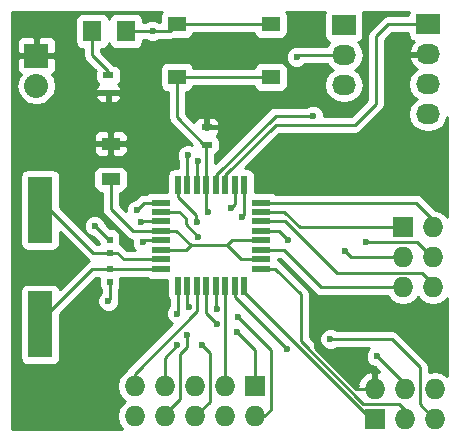
<source format=gtl>
G04 #@! TF.FileFunction,Copper,L1,Top,Signal*
%FSLAX46Y46*%
G04 Gerber Fmt 4.6, Leading zero omitted, Abs format (unit mm)*
G04 Created by KiCad (PCBNEW 4.0.4-stable) date 11/04/16 17:13:28*
%MOMM*%
%LPD*%
G01*
G04 APERTURE LIST*
%ADD10C,0.100000*%
%ADD11R,1.600000X1.000000*%
%ADD12R,0.500000X0.600000*%
%ADD13R,1.597660X1.800860*%
%ADD14R,1.600000X0.550000*%
%ADD15R,0.550000X1.600000*%
%ADD16R,1.727200X1.727200*%
%ADD17O,1.727200X1.727200*%
%ADD18R,2.032000X1.727200*%
%ADD19O,2.032000X1.727200*%
%ADD20R,2.032000X2.032000*%
%ADD21O,2.032000X2.032000*%
%ADD22R,0.900000X0.500000*%
%ADD23R,1.550000X1.300000*%
%ADD24R,2.100580X5.600700*%
%ADD25C,0.600000*%
%ADD26C,0.250000*%
%ADD27C,0.254000*%
G04 APERTURE END LIST*
D10*
D11*
X116078000Y-81875500D03*
X116078000Y-84875500D03*
D12*
X116014500Y-90001000D03*
X116014500Y-91101000D03*
X116014500Y-93577500D03*
X116014500Y-92477500D03*
D13*
X114531140Y-72326500D03*
X117370860Y-72326500D03*
D14*
X120337000Y-86862000D03*
X120337000Y-87662000D03*
X120337000Y-88462000D03*
X120337000Y-89262000D03*
X120337000Y-90062000D03*
X120337000Y-90862000D03*
X120337000Y-91662000D03*
X120337000Y-92462000D03*
D15*
X121787000Y-93912000D03*
X122587000Y-93912000D03*
X123387000Y-93912000D03*
X124187000Y-93912000D03*
X124987000Y-93912000D03*
X125787000Y-93912000D03*
X126587000Y-93912000D03*
X127387000Y-93912000D03*
D14*
X128837000Y-92462000D03*
X128837000Y-91662000D03*
X128837000Y-90862000D03*
X128837000Y-90062000D03*
X128837000Y-89262000D03*
X128837000Y-88462000D03*
X128837000Y-87662000D03*
X128837000Y-86862000D03*
D15*
X127387000Y-85412000D03*
X126587000Y-85412000D03*
X125787000Y-85412000D03*
X124987000Y-85412000D03*
X124187000Y-85412000D03*
X123387000Y-85412000D03*
X122587000Y-85412000D03*
X121787000Y-85412000D03*
D16*
X138430000Y-105156000D03*
D17*
X138430000Y-102616000D03*
X140970000Y-105156000D03*
X140970000Y-102616000D03*
X143510000Y-105156000D03*
X143510000Y-102616000D03*
D18*
X135826500Y-71818500D03*
D19*
X135826500Y-74358500D03*
X135826500Y-76898500D03*
D18*
X142938500Y-71755000D03*
D19*
X142938500Y-74295000D03*
X142938500Y-76835000D03*
X142938500Y-79375000D03*
D16*
X128270000Y-102425500D03*
D17*
X128270000Y-104965500D03*
X125730000Y-102425500D03*
X125730000Y-104965500D03*
X123190000Y-102425500D03*
X123190000Y-104965500D03*
X120650000Y-102425500D03*
X120650000Y-104965500D03*
X118110000Y-102425500D03*
X118110000Y-104965500D03*
D16*
X140843000Y-88963500D03*
D17*
X143383000Y-88963500D03*
X140843000Y-91503500D03*
X143383000Y-91503500D03*
X140843000Y-94043500D03*
X143383000Y-94043500D03*
D20*
X109791500Y-74422000D03*
D21*
X109791500Y-76962000D03*
D22*
X115887500Y-77585000D03*
X115887500Y-76085000D03*
X124206000Y-80466500D03*
X124206000Y-81966500D03*
D23*
X129641500Y-76227500D03*
X121691500Y-76227500D03*
X129641500Y-71727500D03*
X121691500Y-71727500D03*
D24*
X110109000Y-97177860D03*
X110109000Y-87480140D03*
D25*
X139001500Y-85280500D03*
X138366500Y-96075500D03*
X133604000Y-78105000D03*
X140525500Y-74231500D03*
X114744500Y-88836500D03*
X115887500Y-95186500D03*
X119634000Y-72326500D03*
X131127500Y-90043000D03*
X118681500Y-88519000D03*
X118808500Y-90233500D03*
X118300500Y-87503000D03*
X123825000Y-98933000D03*
X123507500Y-89789000D03*
X121729500Y-96266000D03*
X121729500Y-98933000D03*
X122555000Y-98044000D03*
X122682000Y-95694500D03*
X125095000Y-97155000D03*
X126809500Y-97853500D03*
X126873000Y-96583500D03*
X125095000Y-95885000D03*
X138620500Y-99885500D03*
X131000500Y-99250500D03*
X127190500Y-88074500D03*
X135890000Y-90995500D03*
X137668000Y-90233500D03*
X126301500Y-87312500D03*
X133223000Y-79502000D03*
X134683500Y-98425000D03*
X124333000Y-87693500D03*
X123444000Y-83312000D03*
X131826000Y-74549000D03*
X122618500Y-82867500D03*
X123380500Y-88519000D03*
D26*
X136845296Y-102616000D02*
X136685148Y-102455852D01*
X136685148Y-102455852D02*
X136842500Y-102298500D01*
X136842500Y-102171500D02*
X136842500Y-102298500D01*
X136589898Y-102235000D02*
X136589898Y-102109398D01*
X136589898Y-102109398D02*
X133540500Y-99060000D01*
X136589898Y-102360602D02*
X136589898Y-102235000D01*
X136589898Y-102235000D02*
X136589898Y-102170102D01*
X136589898Y-102170102D02*
X136652000Y-102108000D01*
X138430000Y-102616000D02*
X136845296Y-102616000D01*
X134747000Y-96075500D02*
X138366500Y-96075500D01*
X133413500Y-97409000D02*
X134747000Y-96075500D01*
X133413500Y-99184204D02*
X133413500Y-97409000D01*
X136685148Y-102455852D02*
X136589898Y-102360602D01*
X136589898Y-102360602D02*
X133413500Y-99184204D01*
X142938500Y-74295000D02*
X140398500Y-74295000D01*
X133286500Y-78422500D02*
X127444500Y-78422500D01*
X133604000Y-78105000D02*
X133286500Y-78422500D01*
X140462000Y-74231500D02*
X140525500Y-74231500D01*
X140398500Y-74295000D02*
X140462000Y-74231500D01*
X120337000Y-89262000D02*
X117964000Y-89262000D01*
X116078000Y-87376000D02*
X116078000Y-84875500D01*
X117964000Y-89262000D02*
X116078000Y-87376000D01*
X120337000Y-90862000D02*
X122498000Y-90862000D01*
X122498000Y-90862000D02*
X122872500Y-90487500D01*
X128837000Y-90062000D02*
X126346000Y-90062000D01*
X126346000Y-90062000D02*
X125920500Y-90487500D01*
X120337000Y-89262000D02*
X121647000Y-89262000D01*
X127095000Y-91662000D02*
X128837000Y-91662000D01*
X125920500Y-90487500D02*
X127095000Y-91662000D01*
X122872500Y-90487500D02*
X125920500Y-90487500D01*
X121647000Y-89262000D02*
X122872500Y-90487500D01*
X116014500Y-90001000D02*
X115909000Y-90001000D01*
X115909000Y-90001000D02*
X114744500Y-88836500D01*
X116014500Y-93577500D02*
X116014500Y-95059500D01*
X116014500Y-95059500D02*
X115887500Y-95186500D01*
X121691500Y-71727500D02*
X129641500Y-71727500D01*
X117370860Y-72326500D02*
X119634000Y-72326500D01*
X119634000Y-72326500D02*
X121092500Y-72326500D01*
X121092500Y-72326500D02*
X121691500Y-71727500D01*
X128837000Y-89262000D02*
X130346500Y-89262000D01*
X130346500Y-89262000D02*
X131127500Y-90043000D01*
X120337000Y-88462000D02*
X118738500Y-88462000D01*
X118738500Y-88462000D02*
X118681500Y-88519000D01*
X120337000Y-90062000D02*
X118980000Y-90062000D01*
X118980000Y-90062000D02*
X118808500Y-90233500D01*
X116014500Y-91101000D02*
X114596000Y-91101000D01*
X114596000Y-91101000D02*
X110975140Y-87480140D01*
X110975140Y-87480140D02*
X110109000Y-87480140D01*
X120337000Y-91662000D02*
X117189000Y-91662000D01*
X116628000Y-91101000D02*
X116014500Y-91101000D01*
X117189000Y-91662000D02*
X116628000Y-91101000D01*
X110109000Y-97177860D02*
X110109000Y-96901000D01*
X110109000Y-96901000D02*
X114532500Y-92477500D01*
X114532500Y-92477500D02*
X116014500Y-92477500D01*
X116014500Y-92477500D02*
X120321500Y-92477500D01*
X120321500Y-92477500D02*
X120337000Y-92462000D01*
X115887500Y-76085000D02*
X115887500Y-75755500D01*
X114531140Y-74399140D02*
X114531140Y-72326500D01*
X115887500Y-75755500D02*
X114531140Y-74399140D01*
X120337000Y-86862000D02*
X118941500Y-86862000D01*
X118941500Y-86862000D02*
X118300500Y-87503000D01*
X123190000Y-104965500D02*
X123253500Y-104965500D01*
X123253500Y-104965500D02*
X124460000Y-103759000D01*
X124460000Y-103759000D02*
X124460000Y-99568000D01*
X124460000Y-99568000D02*
X123825000Y-98933000D01*
X123507500Y-89789000D02*
X122428000Y-88709500D01*
X122428000Y-88709500D02*
X122428000Y-88201500D01*
X122428000Y-88201500D02*
X121888500Y-87662000D01*
X121888500Y-87662000D02*
X120337000Y-87662000D01*
X120650000Y-102425500D02*
X120650000Y-100012500D01*
X121787000Y-96208500D02*
X121787000Y-93912000D01*
X121729500Y-96266000D02*
X121787000Y-96208500D01*
X120650000Y-100012500D02*
X121729500Y-98933000D01*
X120650000Y-104965500D02*
X120650000Y-104775000D01*
X120650000Y-104775000D02*
X121920000Y-103505000D01*
X121920000Y-103505000D02*
X121920000Y-99695000D01*
X121920000Y-99695000D02*
X122555000Y-99060000D01*
X122555000Y-99060000D02*
X122555000Y-98044000D01*
X122682000Y-95694500D02*
X122587000Y-95599500D01*
X122587000Y-95599500D02*
X122587000Y-93912000D01*
X118110000Y-102425500D02*
X118110000Y-101346000D01*
X123387000Y-96069000D02*
X123387000Y-93912000D01*
X118110000Y-101346000D02*
X123387000Y-96069000D01*
X128270000Y-102425500D02*
X128270000Y-99314000D01*
X124187000Y-96247000D02*
X124187000Y-93912000D01*
X125095000Y-97155000D02*
X124187000Y-96247000D01*
X128270000Y-99314000D02*
X126809500Y-97853500D01*
X128270000Y-104965500D02*
X129095500Y-104965500D01*
X129095500Y-104965500D02*
X129667000Y-104394000D01*
X129667000Y-104394000D02*
X129667000Y-99377500D01*
X129667000Y-99377500D02*
X126873000Y-96583500D01*
X125095000Y-95885000D02*
X124987000Y-95777000D01*
X124987000Y-95777000D02*
X124987000Y-93912000D01*
X125730000Y-102425500D02*
X125730000Y-93969000D01*
X125730000Y-93969000D02*
X125787000Y-93912000D01*
X140970000Y-102616000D02*
X140970000Y-102235000D01*
X140970000Y-102235000D02*
X138620500Y-99885500D01*
X131000500Y-99250500D02*
X126587000Y-94837000D01*
X126587000Y-94837000D02*
X126587000Y-93912000D01*
X138430000Y-105156000D02*
X138112500Y-105156000D01*
X138112500Y-105156000D02*
X127387000Y-94430500D01*
X127387000Y-94430500D02*
X127387000Y-93912000D01*
X140970000Y-105156000D02*
X140970000Y-104394000D01*
X140970000Y-104394000D02*
X140462000Y-103886000D01*
X140462000Y-103886000D02*
X137478898Y-103886000D01*
X137478898Y-103886000D02*
X132175949Y-98583051D01*
X132175949Y-98583051D02*
X132175949Y-94647449D01*
X132175949Y-94647449D02*
X129990500Y-92462000D01*
X129990500Y-92462000D02*
X128837000Y-92462000D01*
X140843000Y-94043500D02*
X133921500Y-94043500D01*
X130740000Y-90862000D02*
X128837000Y-90862000D01*
X133921500Y-94043500D02*
X130740000Y-90862000D01*
X143383000Y-94043500D02*
X143383000Y-93789500D01*
X143383000Y-93789500D02*
X142430500Y-92837000D01*
X142430500Y-92837000D02*
X135255000Y-92837000D01*
X135255000Y-92837000D02*
X130880000Y-88462000D01*
X130880000Y-88462000D02*
X128837000Y-88462000D01*
X140843000Y-88963500D02*
X132080000Y-88963500D01*
X130778500Y-87662000D02*
X128837000Y-87662000D01*
X132080000Y-88963500D02*
X130778500Y-87662000D01*
X143383000Y-88963500D02*
X143383000Y-88328500D01*
X143383000Y-88328500D02*
X141916500Y-86862000D01*
X141916500Y-86862000D02*
X128837000Y-86862000D01*
X140843000Y-91503500D02*
X136398000Y-91503500D01*
X127387000Y-87878000D02*
X127387000Y-85412000D01*
X127190500Y-88074500D02*
X127387000Y-87878000D01*
X136398000Y-91503500D02*
X135890000Y-90995500D01*
X143383000Y-91503500D02*
X143256000Y-91503500D01*
X143256000Y-91503500D02*
X141986000Y-90233500D01*
X141986000Y-90233500D02*
X137668000Y-90233500D01*
X126301500Y-87312500D02*
X126587000Y-87027000D01*
X126587000Y-87027000D02*
X126587000Y-85412000D01*
X125787000Y-85412000D02*
X125787000Y-84525000D01*
X139573000Y-71755000D02*
X142938500Y-71755000D01*
X138557000Y-72771000D02*
X139573000Y-71755000D01*
X138557000Y-78486000D02*
X138557000Y-72771000D01*
X136779000Y-80264000D02*
X138557000Y-78486000D01*
X130048000Y-80264000D02*
X136779000Y-80264000D01*
X125787000Y-84525000D02*
X130048000Y-80264000D01*
X124987000Y-85412000D02*
X124987000Y-84563000D01*
X130048000Y-79502000D02*
X133223000Y-79502000D01*
X124987000Y-84563000D02*
X130048000Y-79502000D01*
X121691500Y-76227500D02*
X129641500Y-76227500D01*
X124206000Y-81966500D02*
X124003500Y-81966500D01*
X124003500Y-81966500D02*
X121691500Y-79654500D01*
X121691500Y-79654500D02*
X121691500Y-76227500D01*
X124187000Y-85412000D02*
X124187000Y-81985500D01*
X124187000Y-81985500D02*
X124206000Y-81966500D01*
X143510000Y-105156000D02*
X143446500Y-105156000D01*
X143446500Y-105156000D02*
X142240000Y-103949500D01*
X142240000Y-103949500D02*
X142240000Y-100774500D01*
X142240000Y-100774500D02*
X139890500Y-98425000D01*
X139890500Y-98425000D02*
X134683500Y-98425000D01*
X124333000Y-87693500D02*
X124187000Y-87547500D01*
X124187000Y-87547500D02*
X124187000Y-85412000D01*
X123387000Y-85412000D02*
X123387000Y-83369000D01*
X123387000Y-83369000D02*
X123444000Y-83312000D01*
X122587000Y-85412000D02*
X122587000Y-82899000D01*
X132016500Y-74358500D02*
X135826500Y-74358500D01*
X131826000Y-74549000D02*
X132016500Y-74358500D01*
X122587000Y-82899000D02*
X122618500Y-82867500D01*
X123380500Y-88519000D02*
X123317000Y-88455500D01*
X123317000Y-88455500D02*
X123317000Y-87947500D01*
X123317000Y-87947500D02*
X121787000Y-86417500D01*
X121787000Y-86417500D02*
X121787000Y-85412000D01*
D27*
G36*
X120320069Y-70825610D02*
X120269060Y-71077500D01*
X120269060Y-71566500D01*
X120196463Y-71566500D01*
X120164327Y-71534308D01*
X119820799Y-71391662D01*
X119448833Y-71391338D01*
X119105057Y-71533383D01*
X119071882Y-71566500D01*
X118817130Y-71566500D01*
X118817130Y-71426070D01*
X118772852Y-71190753D01*
X118633780Y-70974629D01*
X118421580Y-70829639D01*
X118169690Y-70778630D01*
X116572030Y-70778630D01*
X116336713Y-70822908D01*
X116120589Y-70961980D01*
X115975599Y-71174180D01*
X115951970Y-71290866D01*
X115933132Y-71190753D01*
X115794060Y-70974629D01*
X115581860Y-70829639D01*
X115329970Y-70778630D01*
X113732310Y-70778630D01*
X113496993Y-70822908D01*
X113280869Y-70961980D01*
X113135879Y-71174180D01*
X113084870Y-71426070D01*
X113084870Y-73226930D01*
X113129148Y-73462247D01*
X113268220Y-73678371D01*
X113480420Y-73823361D01*
X113732310Y-73874370D01*
X113771140Y-73874370D01*
X113771140Y-74399140D01*
X113828992Y-74689979D01*
X113993739Y-74936541D01*
X114807260Y-75750062D01*
X114790060Y-75835000D01*
X114790060Y-76335000D01*
X114834338Y-76570317D01*
X114973410Y-76786441D01*
X115041506Y-76832969D01*
X114899173Y-76975302D01*
X114802500Y-77208691D01*
X114802500Y-77301250D01*
X114961250Y-77460000D01*
X115760500Y-77460000D01*
X115760500Y-77438000D01*
X116014500Y-77438000D01*
X116014500Y-77460000D01*
X116813750Y-77460000D01*
X116972500Y-77301250D01*
X116972500Y-77208691D01*
X116875827Y-76975302D01*
X116734590Y-76834064D01*
X116788941Y-76799090D01*
X116933931Y-76586890D01*
X116984940Y-76335000D01*
X116984940Y-75835000D01*
X116940662Y-75599683D01*
X116801590Y-75383559D01*
X116589390Y-75238569D01*
X116408801Y-75201999D01*
X115291140Y-74084338D01*
X115291140Y-73874370D01*
X115329970Y-73874370D01*
X115565287Y-73830092D01*
X115781411Y-73691020D01*
X115926401Y-73478820D01*
X115950030Y-73362134D01*
X115968868Y-73462247D01*
X116107940Y-73678371D01*
X116320140Y-73823361D01*
X116572030Y-73874370D01*
X118169690Y-73874370D01*
X118405007Y-73830092D01*
X118621131Y-73691020D01*
X118766121Y-73478820D01*
X118817130Y-73226930D01*
X118817130Y-73086500D01*
X119071537Y-73086500D01*
X119103673Y-73118692D01*
X119447201Y-73261338D01*
X119819167Y-73261662D01*
X120162943Y-73119617D01*
X120196118Y-73086500D01*
X121092500Y-73086500D01*
X121383339Y-73028648D01*
X121388888Y-73024940D01*
X122466500Y-73024940D01*
X122701817Y-72980662D01*
X122917941Y-72841590D01*
X123062931Y-72629390D01*
X123091664Y-72487500D01*
X128239758Y-72487500D01*
X128263338Y-72612817D01*
X128402410Y-72828941D01*
X128614610Y-72973931D01*
X128866500Y-73024940D01*
X130416500Y-73024940D01*
X130651817Y-72980662D01*
X130867941Y-72841590D01*
X131012931Y-72629390D01*
X131063940Y-72377500D01*
X131063940Y-71077500D01*
X131019662Y-70842183D01*
X130919804Y-70687000D01*
X134225008Y-70687000D01*
X134214069Y-70703010D01*
X134163060Y-70954900D01*
X134163060Y-72682100D01*
X134207338Y-72917417D01*
X134346410Y-73133541D01*
X134558610Y-73278531D01*
X134599939Y-73286900D01*
X134582085Y-73298830D01*
X134381852Y-73598500D01*
X132016500Y-73598500D01*
X131938090Y-73614097D01*
X131640833Y-73613838D01*
X131297057Y-73755883D01*
X131033808Y-74018673D01*
X130891162Y-74362201D01*
X130890838Y-74734167D01*
X131032883Y-75077943D01*
X131295673Y-75341192D01*
X131639201Y-75483838D01*
X132011167Y-75484162D01*
X132354943Y-75342117D01*
X132578951Y-75118500D01*
X134381852Y-75118500D01*
X134582085Y-75418170D01*
X134896866Y-75628500D01*
X134582085Y-75838830D01*
X134257229Y-76325011D01*
X134143155Y-76898500D01*
X134257229Y-77471989D01*
X134582085Y-77958170D01*
X135068266Y-78283026D01*
X135641755Y-78397100D01*
X136011245Y-78397100D01*
X136584734Y-78283026D01*
X137070915Y-77958170D01*
X137395771Y-77471989D01*
X137509845Y-76898500D01*
X137395771Y-76325011D01*
X137070915Y-75838830D01*
X136756134Y-75628500D01*
X137070915Y-75418170D01*
X137395771Y-74931989D01*
X137509845Y-74358500D01*
X137395771Y-73785011D01*
X137070915Y-73298830D01*
X137056587Y-73289257D01*
X137077817Y-73285262D01*
X137293941Y-73146190D01*
X137438931Y-72933990D01*
X137489940Y-72682100D01*
X137489940Y-70954900D01*
X137445662Y-70719583D01*
X137424695Y-70687000D01*
X141316452Y-70687000D01*
X141275060Y-70891400D01*
X141275060Y-70995000D01*
X139573000Y-70995000D01*
X139282161Y-71052852D01*
X139035599Y-71217599D01*
X138019599Y-72233599D01*
X137854852Y-72480161D01*
X137797000Y-72771000D01*
X137797000Y-78171198D01*
X136464198Y-79504000D01*
X134157999Y-79504000D01*
X134158162Y-79316833D01*
X134016117Y-78973057D01*
X133753327Y-78709808D01*
X133409799Y-78567162D01*
X133037833Y-78566838D01*
X132694057Y-78708883D01*
X132660882Y-78742000D01*
X130048000Y-78742000D01*
X129757161Y-78799852D01*
X129510599Y-78964599D01*
X124947000Y-83528198D01*
X124947000Y-82783831D01*
X125107441Y-82680590D01*
X125252431Y-82468390D01*
X125303440Y-82216500D01*
X125303440Y-81716500D01*
X125259162Y-81481183D01*
X125120090Y-81265059D01*
X125051994Y-81218531D01*
X125194327Y-81076198D01*
X125291000Y-80842809D01*
X125291000Y-80750250D01*
X125132250Y-80591500D01*
X124333000Y-80591500D01*
X124333000Y-80613500D01*
X124079000Y-80613500D01*
X124079000Y-80591500D01*
X124059000Y-80591500D01*
X124059000Y-80341500D01*
X124079000Y-80341500D01*
X124079000Y-79740250D01*
X124333000Y-79740250D01*
X124333000Y-80341500D01*
X125132250Y-80341500D01*
X125291000Y-80182750D01*
X125291000Y-80090191D01*
X125194327Y-79856802D01*
X125015699Y-79678173D01*
X124782310Y-79581500D01*
X124491750Y-79581500D01*
X124333000Y-79740250D01*
X124079000Y-79740250D01*
X123920250Y-79581500D01*
X123629690Y-79581500D01*
X123396301Y-79678173D01*
X123217673Y-79856802D01*
X123144722Y-80032920D01*
X122451500Y-79339698D01*
X122451500Y-77524940D01*
X122466500Y-77524940D01*
X122701817Y-77480662D01*
X122917941Y-77341590D01*
X123062931Y-77129390D01*
X123091664Y-76987500D01*
X128239758Y-76987500D01*
X128263338Y-77112817D01*
X128402410Y-77328941D01*
X128614610Y-77473931D01*
X128866500Y-77524940D01*
X130416500Y-77524940D01*
X130651817Y-77480662D01*
X130867941Y-77341590D01*
X131012931Y-77129390D01*
X131063940Y-76877500D01*
X131063940Y-75577500D01*
X131019662Y-75342183D01*
X130880590Y-75126059D01*
X130668390Y-74981069D01*
X130416500Y-74930060D01*
X128866500Y-74930060D01*
X128631183Y-74974338D01*
X128415059Y-75113410D01*
X128270069Y-75325610D01*
X128241336Y-75467500D01*
X123093242Y-75467500D01*
X123069662Y-75342183D01*
X122930590Y-75126059D01*
X122718390Y-74981069D01*
X122466500Y-74930060D01*
X120916500Y-74930060D01*
X120681183Y-74974338D01*
X120465059Y-75113410D01*
X120320069Y-75325610D01*
X120269060Y-75577500D01*
X120269060Y-76877500D01*
X120313338Y-77112817D01*
X120452410Y-77328941D01*
X120664610Y-77473931D01*
X120916500Y-77524940D01*
X120931500Y-77524940D01*
X120931500Y-79654500D01*
X120989352Y-79945339D01*
X121154099Y-80191901D01*
X122958457Y-81996259D01*
X122805299Y-81932662D01*
X122433333Y-81932338D01*
X122089557Y-82074383D01*
X121826308Y-82337173D01*
X121683662Y-82680701D01*
X121683338Y-83052667D01*
X121825383Y-83396443D01*
X121827000Y-83398063D01*
X121827000Y-83964560D01*
X121512000Y-83964560D01*
X121276683Y-84008838D01*
X121060559Y-84147910D01*
X120915569Y-84360110D01*
X120864560Y-84612000D01*
X120864560Y-85939560D01*
X119537000Y-85939560D01*
X119301683Y-85983838D01*
X119118054Y-86102000D01*
X118941500Y-86102000D01*
X118650661Y-86159852D01*
X118404099Y-86324599D01*
X118160820Y-86567878D01*
X118115333Y-86567838D01*
X117771557Y-86709883D01*
X117508308Y-86972673D01*
X117365662Y-87316201D01*
X117365425Y-87588623D01*
X116838000Y-87061198D01*
X116838000Y-86022940D01*
X116878000Y-86022940D01*
X117113317Y-85978662D01*
X117329441Y-85839590D01*
X117474431Y-85627390D01*
X117525440Y-85375500D01*
X117525440Y-84375500D01*
X117481162Y-84140183D01*
X117342090Y-83924059D01*
X117129890Y-83779069D01*
X116878000Y-83728060D01*
X115278000Y-83728060D01*
X115042683Y-83772338D01*
X114826559Y-83911410D01*
X114681569Y-84123610D01*
X114630560Y-84375500D01*
X114630560Y-85375500D01*
X114674838Y-85610817D01*
X114813910Y-85826941D01*
X115026110Y-85971931D01*
X115278000Y-86022940D01*
X115318000Y-86022940D01*
X115318000Y-87376000D01*
X115375852Y-87666839D01*
X115540599Y-87913401D01*
X117426599Y-89799401D01*
X117673161Y-89964148D01*
X117890029Y-90007286D01*
X117873662Y-90046701D01*
X117873338Y-90418667D01*
X118015383Y-90762443D01*
X118154697Y-90902000D01*
X117503802Y-90902000D01*
X117165401Y-90563599D01*
X116918839Y-90398852D01*
X116893159Y-90393744D01*
X116911940Y-90301000D01*
X116911940Y-89701000D01*
X116867662Y-89465683D01*
X116728590Y-89249559D01*
X116516390Y-89104569D01*
X116264500Y-89053560D01*
X116036362Y-89053560D01*
X115679622Y-88696820D01*
X115679662Y-88651333D01*
X115537617Y-88307557D01*
X115274827Y-88044308D01*
X114931299Y-87901662D01*
X114559333Y-87901338D01*
X114215557Y-88043383D01*
X113952308Y-88306173D01*
X113809662Y-88649701D01*
X113809338Y-89021667D01*
X113951383Y-89365443D01*
X114214173Y-89628692D01*
X114557701Y-89771338D01*
X114604577Y-89771379D01*
X115117060Y-90283862D01*
X115117060Y-90301000D01*
X115124587Y-90341000D01*
X114910802Y-90341000D01*
X111806730Y-87236928D01*
X111806730Y-84679790D01*
X111762452Y-84444473D01*
X111623380Y-84228349D01*
X111411180Y-84083359D01*
X111159290Y-84032350D01*
X109058710Y-84032350D01*
X108823393Y-84076628D01*
X108607269Y-84215700D01*
X108462279Y-84427900D01*
X108411270Y-84679790D01*
X108411270Y-90280490D01*
X108455548Y-90515807D01*
X108594620Y-90731931D01*
X108806820Y-90876921D01*
X109058710Y-90927930D01*
X111159290Y-90927930D01*
X111394607Y-90883652D01*
X111610731Y-90744580D01*
X111755721Y-90532380D01*
X111806730Y-90280490D01*
X111806730Y-89386532D01*
X114058599Y-91638401D01*
X114258537Y-91771995D01*
X114241661Y-91775352D01*
X113995099Y-91940099D01*
X111767291Y-94167907D01*
X111762452Y-94142193D01*
X111623380Y-93926069D01*
X111411180Y-93781079D01*
X111159290Y-93730070D01*
X109058710Y-93730070D01*
X108823393Y-93774348D01*
X108607269Y-93913420D01*
X108462279Y-94125620D01*
X108411270Y-94377510D01*
X108411270Y-99978210D01*
X108455548Y-100213527D01*
X108594620Y-100429651D01*
X108806820Y-100574641D01*
X109058710Y-100625650D01*
X111159290Y-100625650D01*
X111394607Y-100581372D01*
X111610731Y-100442300D01*
X111755721Y-100230100D01*
X111806730Y-99978210D01*
X111806730Y-96278072D01*
X114847302Y-93237500D01*
X115125160Y-93237500D01*
X115117060Y-93277500D01*
X115117060Y-93877500D01*
X115161338Y-94112817D01*
X115254500Y-94257595D01*
X115254500Y-94497259D01*
X115095308Y-94656173D01*
X114952662Y-94999701D01*
X114952338Y-95371667D01*
X115094383Y-95715443D01*
X115357173Y-95978692D01*
X115700701Y-96121338D01*
X116072667Y-96121662D01*
X116416443Y-95979617D01*
X116679692Y-95716827D01*
X116822338Y-95373299D01*
X116822662Y-95001333D01*
X116774500Y-94884772D01*
X116774500Y-94255886D01*
X116860931Y-94129390D01*
X116911940Y-93877500D01*
X116911940Y-93277500D01*
X116904413Y-93237500D01*
X119144710Y-93237500D01*
X119285110Y-93333431D01*
X119537000Y-93384440D01*
X120864560Y-93384440D01*
X120864560Y-94712000D01*
X120908838Y-94947317D01*
X121027000Y-95130946D01*
X121027000Y-95646137D01*
X120937308Y-95735673D01*
X120794662Y-96079201D01*
X120794338Y-96451167D01*
X120936383Y-96794943D01*
X121199173Y-97058192D01*
X121286673Y-97094525D01*
X117572599Y-100808599D01*
X117407852Y-101055161D01*
X117398120Y-101104085D01*
X117050330Y-101336471D01*
X116725474Y-101822652D01*
X116611400Y-102396141D01*
X116611400Y-102454859D01*
X116725474Y-103028348D01*
X117050330Y-103514529D01*
X117321172Y-103695500D01*
X117050330Y-103876471D01*
X116725474Y-104362652D01*
X116611400Y-104936141D01*
X116611400Y-104994859D01*
X116725474Y-105568348D01*
X117036279Y-106033500D01*
X107771000Y-106033500D01*
X107771000Y-82161250D01*
X114643000Y-82161250D01*
X114643000Y-82501809D01*
X114739673Y-82735198D01*
X114918301Y-82913827D01*
X115151690Y-83010500D01*
X115792250Y-83010500D01*
X115951000Y-82851750D01*
X115951000Y-82002500D01*
X116205000Y-82002500D01*
X116205000Y-82851750D01*
X116363750Y-83010500D01*
X117004310Y-83010500D01*
X117237699Y-82913827D01*
X117416327Y-82735198D01*
X117513000Y-82501809D01*
X117513000Y-82161250D01*
X117354250Y-82002500D01*
X116205000Y-82002500D01*
X115951000Y-82002500D01*
X114801750Y-82002500D01*
X114643000Y-82161250D01*
X107771000Y-82161250D01*
X107771000Y-81249191D01*
X114643000Y-81249191D01*
X114643000Y-81589750D01*
X114801750Y-81748500D01*
X115951000Y-81748500D01*
X115951000Y-80899250D01*
X116205000Y-80899250D01*
X116205000Y-81748500D01*
X117354250Y-81748500D01*
X117513000Y-81589750D01*
X117513000Y-81249191D01*
X117416327Y-81015802D01*
X117237699Y-80837173D01*
X117004310Y-80740500D01*
X116363750Y-80740500D01*
X116205000Y-80899250D01*
X115951000Y-80899250D01*
X115792250Y-80740500D01*
X115151690Y-80740500D01*
X114918301Y-80837173D01*
X114739673Y-81015802D01*
X114643000Y-81249191D01*
X107771000Y-81249191D01*
X107771000Y-76962000D01*
X108108155Y-76962000D01*
X108233830Y-77593810D01*
X108591722Y-78129433D01*
X109127345Y-78487325D01*
X109759155Y-78613000D01*
X109823845Y-78613000D01*
X110455655Y-78487325D01*
X110991278Y-78129433D01*
X111165460Y-77868750D01*
X114802500Y-77868750D01*
X114802500Y-77961309D01*
X114899173Y-78194698D01*
X115077801Y-78373327D01*
X115311190Y-78470000D01*
X115601750Y-78470000D01*
X115760500Y-78311250D01*
X115760500Y-77710000D01*
X116014500Y-77710000D01*
X116014500Y-78311250D01*
X116173250Y-78470000D01*
X116463810Y-78470000D01*
X116697199Y-78373327D01*
X116875827Y-78194698D01*
X116972500Y-77961309D01*
X116972500Y-77868750D01*
X116813750Y-77710000D01*
X116014500Y-77710000D01*
X115760500Y-77710000D01*
X114961250Y-77710000D01*
X114802500Y-77868750D01*
X111165460Y-77868750D01*
X111349170Y-77593810D01*
X111474845Y-76962000D01*
X111349170Y-76330190D01*
X111124534Y-75993999D01*
X111167198Y-75976327D01*
X111345827Y-75797699D01*
X111442500Y-75564310D01*
X111442500Y-74707750D01*
X111283750Y-74549000D01*
X109918500Y-74549000D01*
X109918500Y-74569000D01*
X109664500Y-74569000D01*
X109664500Y-74549000D01*
X108299250Y-74549000D01*
X108140500Y-74707750D01*
X108140500Y-75564310D01*
X108237173Y-75797699D01*
X108415802Y-75976327D01*
X108458466Y-75993999D01*
X108233830Y-76330190D01*
X108108155Y-76962000D01*
X107771000Y-76962000D01*
X107771000Y-73279690D01*
X108140500Y-73279690D01*
X108140500Y-74136250D01*
X108299250Y-74295000D01*
X109664500Y-74295000D01*
X109664500Y-72929750D01*
X109918500Y-72929750D01*
X109918500Y-74295000D01*
X111283750Y-74295000D01*
X111442500Y-74136250D01*
X111442500Y-73279690D01*
X111345827Y-73046301D01*
X111167198Y-72867673D01*
X110933809Y-72771000D01*
X110077250Y-72771000D01*
X109918500Y-72929750D01*
X109664500Y-72929750D01*
X109505750Y-72771000D01*
X108649191Y-72771000D01*
X108415802Y-72867673D01*
X108237173Y-73046301D01*
X108140500Y-73279690D01*
X107771000Y-73279690D01*
X107771000Y-70687000D01*
X120414777Y-70687000D01*
X120320069Y-70825610D01*
X120320069Y-70825610D01*
G37*
X120320069Y-70825610D02*
X120269060Y-71077500D01*
X120269060Y-71566500D01*
X120196463Y-71566500D01*
X120164327Y-71534308D01*
X119820799Y-71391662D01*
X119448833Y-71391338D01*
X119105057Y-71533383D01*
X119071882Y-71566500D01*
X118817130Y-71566500D01*
X118817130Y-71426070D01*
X118772852Y-71190753D01*
X118633780Y-70974629D01*
X118421580Y-70829639D01*
X118169690Y-70778630D01*
X116572030Y-70778630D01*
X116336713Y-70822908D01*
X116120589Y-70961980D01*
X115975599Y-71174180D01*
X115951970Y-71290866D01*
X115933132Y-71190753D01*
X115794060Y-70974629D01*
X115581860Y-70829639D01*
X115329970Y-70778630D01*
X113732310Y-70778630D01*
X113496993Y-70822908D01*
X113280869Y-70961980D01*
X113135879Y-71174180D01*
X113084870Y-71426070D01*
X113084870Y-73226930D01*
X113129148Y-73462247D01*
X113268220Y-73678371D01*
X113480420Y-73823361D01*
X113732310Y-73874370D01*
X113771140Y-73874370D01*
X113771140Y-74399140D01*
X113828992Y-74689979D01*
X113993739Y-74936541D01*
X114807260Y-75750062D01*
X114790060Y-75835000D01*
X114790060Y-76335000D01*
X114834338Y-76570317D01*
X114973410Y-76786441D01*
X115041506Y-76832969D01*
X114899173Y-76975302D01*
X114802500Y-77208691D01*
X114802500Y-77301250D01*
X114961250Y-77460000D01*
X115760500Y-77460000D01*
X115760500Y-77438000D01*
X116014500Y-77438000D01*
X116014500Y-77460000D01*
X116813750Y-77460000D01*
X116972500Y-77301250D01*
X116972500Y-77208691D01*
X116875827Y-76975302D01*
X116734590Y-76834064D01*
X116788941Y-76799090D01*
X116933931Y-76586890D01*
X116984940Y-76335000D01*
X116984940Y-75835000D01*
X116940662Y-75599683D01*
X116801590Y-75383559D01*
X116589390Y-75238569D01*
X116408801Y-75201999D01*
X115291140Y-74084338D01*
X115291140Y-73874370D01*
X115329970Y-73874370D01*
X115565287Y-73830092D01*
X115781411Y-73691020D01*
X115926401Y-73478820D01*
X115950030Y-73362134D01*
X115968868Y-73462247D01*
X116107940Y-73678371D01*
X116320140Y-73823361D01*
X116572030Y-73874370D01*
X118169690Y-73874370D01*
X118405007Y-73830092D01*
X118621131Y-73691020D01*
X118766121Y-73478820D01*
X118817130Y-73226930D01*
X118817130Y-73086500D01*
X119071537Y-73086500D01*
X119103673Y-73118692D01*
X119447201Y-73261338D01*
X119819167Y-73261662D01*
X120162943Y-73119617D01*
X120196118Y-73086500D01*
X121092500Y-73086500D01*
X121383339Y-73028648D01*
X121388888Y-73024940D01*
X122466500Y-73024940D01*
X122701817Y-72980662D01*
X122917941Y-72841590D01*
X123062931Y-72629390D01*
X123091664Y-72487500D01*
X128239758Y-72487500D01*
X128263338Y-72612817D01*
X128402410Y-72828941D01*
X128614610Y-72973931D01*
X128866500Y-73024940D01*
X130416500Y-73024940D01*
X130651817Y-72980662D01*
X130867941Y-72841590D01*
X131012931Y-72629390D01*
X131063940Y-72377500D01*
X131063940Y-71077500D01*
X131019662Y-70842183D01*
X130919804Y-70687000D01*
X134225008Y-70687000D01*
X134214069Y-70703010D01*
X134163060Y-70954900D01*
X134163060Y-72682100D01*
X134207338Y-72917417D01*
X134346410Y-73133541D01*
X134558610Y-73278531D01*
X134599939Y-73286900D01*
X134582085Y-73298830D01*
X134381852Y-73598500D01*
X132016500Y-73598500D01*
X131938090Y-73614097D01*
X131640833Y-73613838D01*
X131297057Y-73755883D01*
X131033808Y-74018673D01*
X130891162Y-74362201D01*
X130890838Y-74734167D01*
X131032883Y-75077943D01*
X131295673Y-75341192D01*
X131639201Y-75483838D01*
X132011167Y-75484162D01*
X132354943Y-75342117D01*
X132578951Y-75118500D01*
X134381852Y-75118500D01*
X134582085Y-75418170D01*
X134896866Y-75628500D01*
X134582085Y-75838830D01*
X134257229Y-76325011D01*
X134143155Y-76898500D01*
X134257229Y-77471989D01*
X134582085Y-77958170D01*
X135068266Y-78283026D01*
X135641755Y-78397100D01*
X136011245Y-78397100D01*
X136584734Y-78283026D01*
X137070915Y-77958170D01*
X137395771Y-77471989D01*
X137509845Y-76898500D01*
X137395771Y-76325011D01*
X137070915Y-75838830D01*
X136756134Y-75628500D01*
X137070915Y-75418170D01*
X137395771Y-74931989D01*
X137509845Y-74358500D01*
X137395771Y-73785011D01*
X137070915Y-73298830D01*
X137056587Y-73289257D01*
X137077817Y-73285262D01*
X137293941Y-73146190D01*
X137438931Y-72933990D01*
X137489940Y-72682100D01*
X137489940Y-70954900D01*
X137445662Y-70719583D01*
X137424695Y-70687000D01*
X141316452Y-70687000D01*
X141275060Y-70891400D01*
X141275060Y-70995000D01*
X139573000Y-70995000D01*
X139282161Y-71052852D01*
X139035599Y-71217599D01*
X138019599Y-72233599D01*
X137854852Y-72480161D01*
X137797000Y-72771000D01*
X137797000Y-78171198D01*
X136464198Y-79504000D01*
X134157999Y-79504000D01*
X134158162Y-79316833D01*
X134016117Y-78973057D01*
X133753327Y-78709808D01*
X133409799Y-78567162D01*
X133037833Y-78566838D01*
X132694057Y-78708883D01*
X132660882Y-78742000D01*
X130048000Y-78742000D01*
X129757161Y-78799852D01*
X129510599Y-78964599D01*
X124947000Y-83528198D01*
X124947000Y-82783831D01*
X125107441Y-82680590D01*
X125252431Y-82468390D01*
X125303440Y-82216500D01*
X125303440Y-81716500D01*
X125259162Y-81481183D01*
X125120090Y-81265059D01*
X125051994Y-81218531D01*
X125194327Y-81076198D01*
X125291000Y-80842809D01*
X125291000Y-80750250D01*
X125132250Y-80591500D01*
X124333000Y-80591500D01*
X124333000Y-80613500D01*
X124079000Y-80613500D01*
X124079000Y-80591500D01*
X124059000Y-80591500D01*
X124059000Y-80341500D01*
X124079000Y-80341500D01*
X124079000Y-79740250D01*
X124333000Y-79740250D01*
X124333000Y-80341500D01*
X125132250Y-80341500D01*
X125291000Y-80182750D01*
X125291000Y-80090191D01*
X125194327Y-79856802D01*
X125015699Y-79678173D01*
X124782310Y-79581500D01*
X124491750Y-79581500D01*
X124333000Y-79740250D01*
X124079000Y-79740250D01*
X123920250Y-79581500D01*
X123629690Y-79581500D01*
X123396301Y-79678173D01*
X123217673Y-79856802D01*
X123144722Y-80032920D01*
X122451500Y-79339698D01*
X122451500Y-77524940D01*
X122466500Y-77524940D01*
X122701817Y-77480662D01*
X122917941Y-77341590D01*
X123062931Y-77129390D01*
X123091664Y-76987500D01*
X128239758Y-76987500D01*
X128263338Y-77112817D01*
X128402410Y-77328941D01*
X128614610Y-77473931D01*
X128866500Y-77524940D01*
X130416500Y-77524940D01*
X130651817Y-77480662D01*
X130867941Y-77341590D01*
X131012931Y-77129390D01*
X131063940Y-76877500D01*
X131063940Y-75577500D01*
X131019662Y-75342183D01*
X130880590Y-75126059D01*
X130668390Y-74981069D01*
X130416500Y-74930060D01*
X128866500Y-74930060D01*
X128631183Y-74974338D01*
X128415059Y-75113410D01*
X128270069Y-75325610D01*
X128241336Y-75467500D01*
X123093242Y-75467500D01*
X123069662Y-75342183D01*
X122930590Y-75126059D01*
X122718390Y-74981069D01*
X122466500Y-74930060D01*
X120916500Y-74930060D01*
X120681183Y-74974338D01*
X120465059Y-75113410D01*
X120320069Y-75325610D01*
X120269060Y-75577500D01*
X120269060Y-76877500D01*
X120313338Y-77112817D01*
X120452410Y-77328941D01*
X120664610Y-77473931D01*
X120916500Y-77524940D01*
X120931500Y-77524940D01*
X120931500Y-79654500D01*
X120989352Y-79945339D01*
X121154099Y-80191901D01*
X122958457Y-81996259D01*
X122805299Y-81932662D01*
X122433333Y-81932338D01*
X122089557Y-82074383D01*
X121826308Y-82337173D01*
X121683662Y-82680701D01*
X121683338Y-83052667D01*
X121825383Y-83396443D01*
X121827000Y-83398063D01*
X121827000Y-83964560D01*
X121512000Y-83964560D01*
X121276683Y-84008838D01*
X121060559Y-84147910D01*
X120915569Y-84360110D01*
X120864560Y-84612000D01*
X120864560Y-85939560D01*
X119537000Y-85939560D01*
X119301683Y-85983838D01*
X119118054Y-86102000D01*
X118941500Y-86102000D01*
X118650661Y-86159852D01*
X118404099Y-86324599D01*
X118160820Y-86567878D01*
X118115333Y-86567838D01*
X117771557Y-86709883D01*
X117508308Y-86972673D01*
X117365662Y-87316201D01*
X117365425Y-87588623D01*
X116838000Y-87061198D01*
X116838000Y-86022940D01*
X116878000Y-86022940D01*
X117113317Y-85978662D01*
X117329441Y-85839590D01*
X117474431Y-85627390D01*
X117525440Y-85375500D01*
X117525440Y-84375500D01*
X117481162Y-84140183D01*
X117342090Y-83924059D01*
X117129890Y-83779069D01*
X116878000Y-83728060D01*
X115278000Y-83728060D01*
X115042683Y-83772338D01*
X114826559Y-83911410D01*
X114681569Y-84123610D01*
X114630560Y-84375500D01*
X114630560Y-85375500D01*
X114674838Y-85610817D01*
X114813910Y-85826941D01*
X115026110Y-85971931D01*
X115278000Y-86022940D01*
X115318000Y-86022940D01*
X115318000Y-87376000D01*
X115375852Y-87666839D01*
X115540599Y-87913401D01*
X117426599Y-89799401D01*
X117673161Y-89964148D01*
X117890029Y-90007286D01*
X117873662Y-90046701D01*
X117873338Y-90418667D01*
X118015383Y-90762443D01*
X118154697Y-90902000D01*
X117503802Y-90902000D01*
X117165401Y-90563599D01*
X116918839Y-90398852D01*
X116893159Y-90393744D01*
X116911940Y-90301000D01*
X116911940Y-89701000D01*
X116867662Y-89465683D01*
X116728590Y-89249559D01*
X116516390Y-89104569D01*
X116264500Y-89053560D01*
X116036362Y-89053560D01*
X115679622Y-88696820D01*
X115679662Y-88651333D01*
X115537617Y-88307557D01*
X115274827Y-88044308D01*
X114931299Y-87901662D01*
X114559333Y-87901338D01*
X114215557Y-88043383D01*
X113952308Y-88306173D01*
X113809662Y-88649701D01*
X113809338Y-89021667D01*
X113951383Y-89365443D01*
X114214173Y-89628692D01*
X114557701Y-89771338D01*
X114604577Y-89771379D01*
X115117060Y-90283862D01*
X115117060Y-90301000D01*
X115124587Y-90341000D01*
X114910802Y-90341000D01*
X111806730Y-87236928D01*
X111806730Y-84679790D01*
X111762452Y-84444473D01*
X111623380Y-84228349D01*
X111411180Y-84083359D01*
X111159290Y-84032350D01*
X109058710Y-84032350D01*
X108823393Y-84076628D01*
X108607269Y-84215700D01*
X108462279Y-84427900D01*
X108411270Y-84679790D01*
X108411270Y-90280490D01*
X108455548Y-90515807D01*
X108594620Y-90731931D01*
X108806820Y-90876921D01*
X109058710Y-90927930D01*
X111159290Y-90927930D01*
X111394607Y-90883652D01*
X111610731Y-90744580D01*
X111755721Y-90532380D01*
X111806730Y-90280490D01*
X111806730Y-89386532D01*
X114058599Y-91638401D01*
X114258537Y-91771995D01*
X114241661Y-91775352D01*
X113995099Y-91940099D01*
X111767291Y-94167907D01*
X111762452Y-94142193D01*
X111623380Y-93926069D01*
X111411180Y-93781079D01*
X111159290Y-93730070D01*
X109058710Y-93730070D01*
X108823393Y-93774348D01*
X108607269Y-93913420D01*
X108462279Y-94125620D01*
X108411270Y-94377510D01*
X108411270Y-99978210D01*
X108455548Y-100213527D01*
X108594620Y-100429651D01*
X108806820Y-100574641D01*
X109058710Y-100625650D01*
X111159290Y-100625650D01*
X111394607Y-100581372D01*
X111610731Y-100442300D01*
X111755721Y-100230100D01*
X111806730Y-99978210D01*
X111806730Y-96278072D01*
X114847302Y-93237500D01*
X115125160Y-93237500D01*
X115117060Y-93277500D01*
X115117060Y-93877500D01*
X115161338Y-94112817D01*
X115254500Y-94257595D01*
X115254500Y-94497259D01*
X115095308Y-94656173D01*
X114952662Y-94999701D01*
X114952338Y-95371667D01*
X115094383Y-95715443D01*
X115357173Y-95978692D01*
X115700701Y-96121338D01*
X116072667Y-96121662D01*
X116416443Y-95979617D01*
X116679692Y-95716827D01*
X116822338Y-95373299D01*
X116822662Y-95001333D01*
X116774500Y-94884772D01*
X116774500Y-94255886D01*
X116860931Y-94129390D01*
X116911940Y-93877500D01*
X116911940Y-93277500D01*
X116904413Y-93237500D01*
X119144710Y-93237500D01*
X119285110Y-93333431D01*
X119537000Y-93384440D01*
X120864560Y-93384440D01*
X120864560Y-94712000D01*
X120908838Y-94947317D01*
X121027000Y-95130946D01*
X121027000Y-95646137D01*
X120937308Y-95735673D01*
X120794662Y-96079201D01*
X120794338Y-96451167D01*
X120936383Y-96794943D01*
X121199173Y-97058192D01*
X121286673Y-97094525D01*
X117572599Y-100808599D01*
X117407852Y-101055161D01*
X117398120Y-101104085D01*
X117050330Y-101336471D01*
X116725474Y-101822652D01*
X116611400Y-102396141D01*
X116611400Y-102454859D01*
X116725474Y-103028348D01*
X117050330Y-103514529D01*
X117321172Y-103695500D01*
X117050330Y-103876471D01*
X116725474Y-104362652D01*
X116611400Y-104936141D01*
X116611400Y-104994859D01*
X116725474Y-105568348D01*
X117036279Y-106033500D01*
X107771000Y-106033500D01*
X107771000Y-82161250D01*
X114643000Y-82161250D01*
X114643000Y-82501809D01*
X114739673Y-82735198D01*
X114918301Y-82913827D01*
X115151690Y-83010500D01*
X115792250Y-83010500D01*
X115951000Y-82851750D01*
X115951000Y-82002500D01*
X116205000Y-82002500D01*
X116205000Y-82851750D01*
X116363750Y-83010500D01*
X117004310Y-83010500D01*
X117237699Y-82913827D01*
X117416327Y-82735198D01*
X117513000Y-82501809D01*
X117513000Y-82161250D01*
X117354250Y-82002500D01*
X116205000Y-82002500D01*
X115951000Y-82002500D01*
X114801750Y-82002500D01*
X114643000Y-82161250D01*
X107771000Y-82161250D01*
X107771000Y-81249191D01*
X114643000Y-81249191D01*
X114643000Y-81589750D01*
X114801750Y-81748500D01*
X115951000Y-81748500D01*
X115951000Y-80899250D01*
X116205000Y-80899250D01*
X116205000Y-81748500D01*
X117354250Y-81748500D01*
X117513000Y-81589750D01*
X117513000Y-81249191D01*
X117416327Y-81015802D01*
X117237699Y-80837173D01*
X117004310Y-80740500D01*
X116363750Y-80740500D01*
X116205000Y-80899250D01*
X115951000Y-80899250D01*
X115792250Y-80740500D01*
X115151690Y-80740500D01*
X114918301Y-80837173D01*
X114739673Y-81015802D01*
X114643000Y-81249191D01*
X107771000Y-81249191D01*
X107771000Y-76962000D01*
X108108155Y-76962000D01*
X108233830Y-77593810D01*
X108591722Y-78129433D01*
X109127345Y-78487325D01*
X109759155Y-78613000D01*
X109823845Y-78613000D01*
X110455655Y-78487325D01*
X110991278Y-78129433D01*
X111165460Y-77868750D01*
X114802500Y-77868750D01*
X114802500Y-77961309D01*
X114899173Y-78194698D01*
X115077801Y-78373327D01*
X115311190Y-78470000D01*
X115601750Y-78470000D01*
X115760500Y-78311250D01*
X115760500Y-77710000D01*
X116014500Y-77710000D01*
X116014500Y-78311250D01*
X116173250Y-78470000D01*
X116463810Y-78470000D01*
X116697199Y-78373327D01*
X116875827Y-78194698D01*
X116972500Y-77961309D01*
X116972500Y-77868750D01*
X116813750Y-77710000D01*
X116014500Y-77710000D01*
X115760500Y-77710000D01*
X114961250Y-77710000D01*
X114802500Y-77868750D01*
X111165460Y-77868750D01*
X111349170Y-77593810D01*
X111474845Y-76962000D01*
X111349170Y-76330190D01*
X111124534Y-75993999D01*
X111167198Y-75976327D01*
X111345827Y-75797699D01*
X111442500Y-75564310D01*
X111442500Y-74707750D01*
X111283750Y-74549000D01*
X109918500Y-74549000D01*
X109918500Y-74569000D01*
X109664500Y-74569000D01*
X109664500Y-74549000D01*
X108299250Y-74549000D01*
X108140500Y-74707750D01*
X108140500Y-75564310D01*
X108237173Y-75797699D01*
X108415802Y-75976327D01*
X108458466Y-75993999D01*
X108233830Y-76330190D01*
X108108155Y-76962000D01*
X107771000Y-76962000D01*
X107771000Y-73279690D01*
X108140500Y-73279690D01*
X108140500Y-74136250D01*
X108299250Y-74295000D01*
X109664500Y-74295000D01*
X109664500Y-72929750D01*
X109918500Y-72929750D01*
X109918500Y-74295000D01*
X111283750Y-74295000D01*
X111442500Y-74136250D01*
X111442500Y-73279690D01*
X111345827Y-73046301D01*
X111167198Y-72867673D01*
X110933809Y-72771000D01*
X110077250Y-72771000D01*
X109918500Y-72929750D01*
X109664500Y-72929750D01*
X109505750Y-72771000D01*
X108649191Y-72771000D01*
X108415802Y-72867673D01*
X108237173Y-73046301D01*
X108140500Y-73279690D01*
X107771000Y-73279690D01*
X107771000Y-70687000D01*
X120414777Y-70687000D01*
X120320069Y-70825610D01*
G36*
X133384099Y-94580901D02*
X133630660Y-94745648D01*
X133678914Y-94755246D01*
X133921500Y-94803500D01*
X139553738Y-94803500D01*
X139753971Y-95103170D01*
X140240152Y-95428026D01*
X140813641Y-95542100D01*
X140872359Y-95542100D01*
X141445848Y-95428026D01*
X141932029Y-95103170D01*
X142113000Y-94832328D01*
X142293971Y-95103170D01*
X142780152Y-95428026D01*
X143353641Y-95542100D01*
X143412359Y-95542100D01*
X143985848Y-95428026D01*
X144472029Y-95103170D01*
X144578000Y-94944573D01*
X144578000Y-101539438D01*
X144569670Y-101526971D01*
X144083489Y-101202115D01*
X143510000Y-101088041D01*
X143000000Y-101189486D01*
X143000000Y-100774500D01*
X142942148Y-100483661D01*
X142777401Y-100237099D01*
X140427901Y-97887599D01*
X140181339Y-97722852D01*
X139890500Y-97665000D01*
X135245963Y-97665000D01*
X135213827Y-97632808D01*
X134870299Y-97490162D01*
X134498333Y-97489838D01*
X134154557Y-97631883D01*
X133891308Y-97894673D01*
X133748662Y-98238201D01*
X133748338Y-98610167D01*
X133890383Y-98953943D01*
X134153173Y-99217192D01*
X134496701Y-99359838D01*
X134868667Y-99360162D01*
X135212443Y-99218117D01*
X135245618Y-99185000D01*
X137998778Y-99185000D01*
X137828308Y-99355173D01*
X137685662Y-99698701D01*
X137685338Y-100070667D01*
X137827383Y-100414443D01*
X138090173Y-100677692D01*
X138433701Y-100820338D01*
X138480577Y-100820379D01*
X138844016Y-101183818D01*
X138789026Y-101161042D01*
X138557000Y-101282183D01*
X138557000Y-102489000D01*
X138577000Y-102489000D01*
X138577000Y-102743000D01*
X138557000Y-102743000D01*
X138557000Y-102763000D01*
X138303000Y-102763000D01*
X138303000Y-102743000D01*
X138283000Y-102743000D01*
X138283000Y-102489000D01*
X138303000Y-102489000D01*
X138303000Y-101282183D01*
X138070974Y-101161042D01*
X137655053Y-101333312D01*
X137223179Y-101727510D01*
X136975032Y-102256973D01*
X137029442Y-102361742D01*
X132935949Y-98268249D01*
X132935949Y-94647449D01*
X132878097Y-94356610D01*
X132713350Y-94110048D01*
X130527901Y-91924599D01*
X130284440Y-91761924D01*
X130284440Y-91622000D01*
X130425198Y-91622000D01*
X133384099Y-94580901D01*
X133384099Y-94580901D01*
G37*
X133384099Y-94580901D02*
X133630660Y-94745648D01*
X133678914Y-94755246D01*
X133921500Y-94803500D01*
X139553738Y-94803500D01*
X139753971Y-95103170D01*
X140240152Y-95428026D01*
X140813641Y-95542100D01*
X140872359Y-95542100D01*
X141445848Y-95428026D01*
X141932029Y-95103170D01*
X142113000Y-94832328D01*
X142293971Y-95103170D01*
X142780152Y-95428026D01*
X143353641Y-95542100D01*
X143412359Y-95542100D01*
X143985848Y-95428026D01*
X144472029Y-95103170D01*
X144578000Y-94944573D01*
X144578000Y-101539438D01*
X144569670Y-101526971D01*
X144083489Y-101202115D01*
X143510000Y-101088041D01*
X143000000Y-101189486D01*
X143000000Y-100774500D01*
X142942148Y-100483661D01*
X142777401Y-100237099D01*
X140427901Y-97887599D01*
X140181339Y-97722852D01*
X139890500Y-97665000D01*
X135245963Y-97665000D01*
X135213827Y-97632808D01*
X134870299Y-97490162D01*
X134498333Y-97489838D01*
X134154557Y-97631883D01*
X133891308Y-97894673D01*
X133748662Y-98238201D01*
X133748338Y-98610167D01*
X133890383Y-98953943D01*
X134153173Y-99217192D01*
X134496701Y-99359838D01*
X134868667Y-99360162D01*
X135212443Y-99218117D01*
X135245618Y-99185000D01*
X137998778Y-99185000D01*
X137828308Y-99355173D01*
X137685662Y-99698701D01*
X137685338Y-100070667D01*
X137827383Y-100414443D01*
X138090173Y-100677692D01*
X138433701Y-100820338D01*
X138480577Y-100820379D01*
X138844016Y-101183818D01*
X138789026Y-101161042D01*
X138557000Y-101282183D01*
X138557000Y-102489000D01*
X138577000Y-102489000D01*
X138577000Y-102743000D01*
X138557000Y-102743000D01*
X138557000Y-102763000D01*
X138303000Y-102763000D01*
X138303000Y-102743000D01*
X138283000Y-102743000D01*
X138283000Y-102489000D01*
X138303000Y-102489000D01*
X138303000Y-101282183D01*
X138070974Y-101161042D01*
X137655053Y-101333312D01*
X137223179Y-101727510D01*
X136975032Y-102256973D01*
X137029442Y-102361742D01*
X132935949Y-98268249D01*
X132935949Y-94647449D01*
X132878097Y-94356610D01*
X132713350Y-94110048D01*
X130527901Y-91924599D01*
X130284440Y-91761924D01*
X130284440Y-91622000D01*
X130425198Y-91622000D01*
X133384099Y-94580901D01*
G36*
X141275060Y-72618600D02*
X141319338Y-72853917D01*
X141458410Y-73070041D01*
X141670610Y-73215031D01*
X141765427Y-73234232D01*
X141587768Y-73392964D01*
X141333791Y-73920209D01*
X141331142Y-73935974D01*
X141452283Y-74168000D01*
X142811500Y-74168000D01*
X142811500Y-74148000D01*
X143065500Y-74148000D01*
X143065500Y-74168000D01*
X143085500Y-74168000D01*
X143085500Y-74422000D01*
X143065500Y-74422000D01*
X143065500Y-74442000D01*
X142811500Y-74442000D01*
X142811500Y-74422000D01*
X141452283Y-74422000D01*
X141331142Y-74654026D01*
X141333791Y-74669791D01*
X141587768Y-75197036D01*
X142003569Y-75568539D01*
X141694085Y-75775330D01*
X141369229Y-76261511D01*
X141255155Y-76835000D01*
X141369229Y-77408489D01*
X141694085Y-77894670D01*
X142008866Y-78105000D01*
X141694085Y-78315330D01*
X141369229Y-78801511D01*
X141255155Y-79375000D01*
X141369229Y-79948489D01*
X141694085Y-80434670D01*
X142180266Y-80759526D01*
X142753755Y-80873600D01*
X143123245Y-80873600D01*
X143696734Y-80759526D01*
X144182915Y-80434670D01*
X144507771Y-79948489D01*
X144578000Y-79595424D01*
X144578000Y-88062427D01*
X144472029Y-87903830D01*
X143985848Y-87578974D01*
X143639354Y-87510052D01*
X142453901Y-86324599D01*
X142207339Y-86159852D01*
X141916500Y-86102000D01*
X130051975Y-86102000D01*
X129888890Y-85990569D01*
X129637000Y-85939560D01*
X128309440Y-85939560D01*
X128309440Y-84612000D01*
X128265162Y-84376683D01*
X128126090Y-84160559D01*
X127913890Y-84015569D01*
X127662000Y-83964560D01*
X127422242Y-83964560D01*
X130362802Y-81024000D01*
X136779000Y-81024000D01*
X137069839Y-80966148D01*
X137316401Y-80801401D01*
X139094401Y-79023401D01*
X139259148Y-78776839D01*
X139317000Y-78486000D01*
X139317000Y-73085802D01*
X139887802Y-72515000D01*
X141275060Y-72515000D01*
X141275060Y-72618600D01*
X141275060Y-72618600D01*
G37*
X141275060Y-72618600D02*
X141319338Y-72853917D01*
X141458410Y-73070041D01*
X141670610Y-73215031D01*
X141765427Y-73234232D01*
X141587768Y-73392964D01*
X141333791Y-73920209D01*
X141331142Y-73935974D01*
X141452283Y-74168000D01*
X142811500Y-74168000D01*
X142811500Y-74148000D01*
X143065500Y-74148000D01*
X143065500Y-74168000D01*
X143085500Y-74168000D01*
X143085500Y-74422000D01*
X143065500Y-74422000D01*
X143065500Y-74442000D01*
X142811500Y-74442000D01*
X142811500Y-74422000D01*
X141452283Y-74422000D01*
X141331142Y-74654026D01*
X141333791Y-74669791D01*
X141587768Y-75197036D01*
X142003569Y-75568539D01*
X141694085Y-75775330D01*
X141369229Y-76261511D01*
X141255155Y-76835000D01*
X141369229Y-77408489D01*
X141694085Y-77894670D01*
X142008866Y-78105000D01*
X141694085Y-78315330D01*
X141369229Y-78801511D01*
X141255155Y-79375000D01*
X141369229Y-79948489D01*
X141694085Y-80434670D01*
X142180266Y-80759526D01*
X142753755Y-80873600D01*
X143123245Y-80873600D01*
X143696734Y-80759526D01*
X144182915Y-80434670D01*
X144507771Y-79948489D01*
X144578000Y-79595424D01*
X144578000Y-88062427D01*
X144472029Y-87903830D01*
X143985848Y-87578974D01*
X143639354Y-87510052D01*
X142453901Y-86324599D01*
X142207339Y-86159852D01*
X141916500Y-86102000D01*
X130051975Y-86102000D01*
X129888890Y-85990569D01*
X129637000Y-85939560D01*
X128309440Y-85939560D01*
X128309440Y-84612000D01*
X128265162Y-84376683D01*
X128126090Y-84160559D01*
X127913890Y-84015569D01*
X127662000Y-83964560D01*
X127422242Y-83964560D01*
X130362802Y-81024000D01*
X136779000Y-81024000D01*
X137069839Y-80966148D01*
X137316401Y-80801401D01*
X139094401Y-79023401D01*
X139259148Y-78776839D01*
X139317000Y-78486000D01*
X139317000Y-73085802D01*
X139887802Y-72515000D01*
X141275060Y-72515000D01*
X141275060Y-72618600D01*
M02*

</source>
